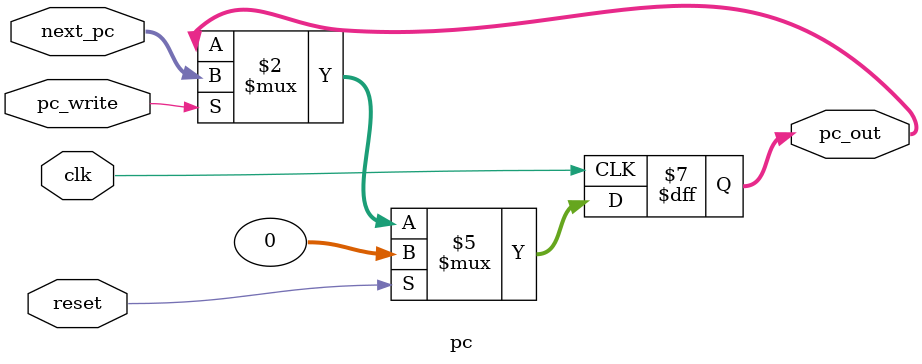
<source format=sv>
module pc(
    input  logic        clk,
    input  logic        reset,     // synchronous reset (active high)
    input  logic [31:0] next_pc,
    input  logic        pc_write,  // when 0, stall (not used in single-cycle)
    output logic [31:0] pc_out
)   ;
    always_ff @(posedge clk) begin
        if (reset) pc_out <= 32'd0;
        else if (pc_write) pc_out <= next_pc;
    end
endmodule
</source>
